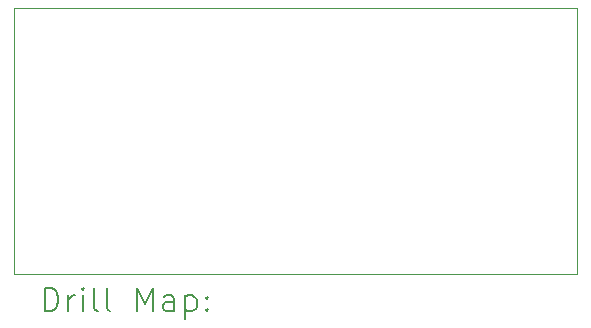
<source format=gbr>
%TF.GenerationSoftware,KiCad,Pcbnew,9.0.1*%
%TF.CreationDate,2025-08-22T15:46:59+05:00*%
%TF.ProjectId,dc_boost_converter,64635f62-6f6f-4737-945f-636f6e766572,rev?*%
%TF.SameCoordinates,Original*%
%TF.FileFunction,Drillmap*%
%TF.FilePolarity,Positive*%
%FSLAX45Y45*%
G04 Gerber Fmt 4.5, Leading zero omitted, Abs format (unit mm)*
G04 Created by KiCad (PCBNEW 9.0.1) date 2025-08-22 15:46:59*
%MOMM*%
%LPD*%
G01*
G04 APERTURE LIST*
%ADD10C,0.050000*%
%ADD11C,0.200000*%
G04 APERTURE END LIST*
D10*
X13530000Y-7340000D02*
X18290000Y-7340000D01*
X18290000Y-9590000D01*
X13530000Y-9590000D01*
X13530000Y-7340000D01*
D11*
X13788277Y-9903984D02*
X13788277Y-9703984D01*
X13788277Y-9703984D02*
X13835896Y-9703984D01*
X13835896Y-9703984D02*
X13864467Y-9713508D01*
X13864467Y-9713508D02*
X13883515Y-9732555D01*
X13883515Y-9732555D02*
X13893039Y-9751603D01*
X13893039Y-9751603D02*
X13902562Y-9789698D01*
X13902562Y-9789698D02*
X13902562Y-9818270D01*
X13902562Y-9818270D02*
X13893039Y-9856365D01*
X13893039Y-9856365D02*
X13883515Y-9875412D01*
X13883515Y-9875412D02*
X13864467Y-9894460D01*
X13864467Y-9894460D02*
X13835896Y-9903984D01*
X13835896Y-9903984D02*
X13788277Y-9903984D01*
X13988277Y-9903984D02*
X13988277Y-9770650D01*
X13988277Y-9808746D02*
X13997801Y-9789698D01*
X13997801Y-9789698D02*
X14007324Y-9780174D01*
X14007324Y-9780174D02*
X14026372Y-9770650D01*
X14026372Y-9770650D02*
X14045420Y-9770650D01*
X14112086Y-9903984D02*
X14112086Y-9770650D01*
X14112086Y-9703984D02*
X14102562Y-9713508D01*
X14102562Y-9713508D02*
X14112086Y-9723031D01*
X14112086Y-9723031D02*
X14121610Y-9713508D01*
X14121610Y-9713508D02*
X14112086Y-9703984D01*
X14112086Y-9703984D02*
X14112086Y-9723031D01*
X14235896Y-9903984D02*
X14216848Y-9894460D01*
X14216848Y-9894460D02*
X14207324Y-9875412D01*
X14207324Y-9875412D02*
X14207324Y-9703984D01*
X14340658Y-9903984D02*
X14321610Y-9894460D01*
X14321610Y-9894460D02*
X14312086Y-9875412D01*
X14312086Y-9875412D02*
X14312086Y-9703984D01*
X14569229Y-9903984D02*
X14569229Y-9703984D01*
X14569229Y-9703984D02*
X14635896Y-9846841D01*
X14635896Y-9846841D02*
X14702562Y-9703984D01*
X14702562Y-9703984D02*
X14702562Y-9903984D01*
X14883515Y-9903984D02*
X14883515Y-9799222D01*
X14883515Y-9799222D02*
X14873991Y-9780174D01*
X14873991Y-9780174D02*
X14854943Y-9770650D01*
X14854943Y-9770650D02*
X14816848Y-9770650D01*
X14816848Y-9770650D02*
X14797801Y-9780174D01*
X14883515Y-9894460D02*
X14864467Y-9903984D01*
X14864467Y-9903984D02*
X14816848Y-9903984D01*
X14816848Y-9903984D02*
X14797801Y-9894460D01*
X14797801Y-9894460D02*
X14788277Y-9875412D01*
X14788277Y-9875412D02*
X14788277Y-9856365D01*
X14788277Y-9856365D02*
X14797801Y-9837317D01*
X14797801Y-9837317D02*
X14816848Y-9827793D01*
X14816848Y-9827793D02*
X14864467Y-9827793D01*
X14864467Y-9827793D02*
X14883515Y-9818270D01*
X14978753Y-9770650D02*
X14978753Y-9970650D01*
X14978753Y-9780174D02*
X14997801Y-9770650D01*
X14997801Y-9770650D02*
X15035896Y-9770650D01*
X15035896Y-9770650D02*
X15054943Y-9780174D01*
X15054943Y-9780174D02*
X15064467Y-9789698D01*
X15064467Y-9789698D02*
X15073991Y-9808746D01*
X15073991Y-9808746D02*
X15073991Y-9865889D01*
X15073991Y-9865889D02*
X15064467Y-9884936D01*
X15064467Y-9884936D02*
X15054943Y-9894460D01*
X15054943Y-9894460D02*
X15035896Y-9903984D01*
X15035896Y-9903984D02*
X14997801Y-9903984D01*
X14997801Y-9903984D02*
X14978753Y-9894460D01*
X15159705Y-9884936D02*
X15169229Y-9894460D01*
X15169229Y-9894460D02*
X15159705Y-9903984D01*
X15159705Y-9903984D02*
X15150182Y-9894460D01*
X15150182Y-9894460D02*
X15159705Y-9884936D01*
X15159705Y-9884936D02*
X15159705Y-9903984D01*
X15159705Y-9780174D02*
X15169229Y-9789698D01*
X15169229Y-9789698D02*
X15159705Y-9799222D01*
X15159705Y-9799222D02*
X15150182Y-9789698D01*
X15150182Y-9789698D02*
X15159705Y-9780174D01*
X15159705Y-9780174D02*
X15159705Y-9799222D01*
M02*

</source>
